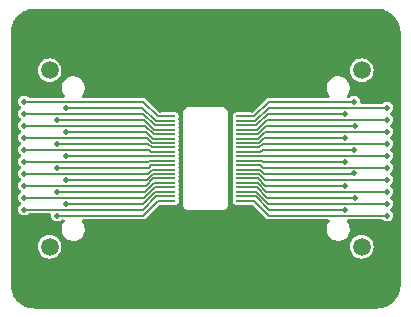
<source format=gbr>
G04 #@! TF.GenerationSoftware,KiCad,Pcbnew,7.0.10*
G04 #@! TF.CreationDate,2024-07-14T22:48:30-04:00*
G04 #@! TF.ProjectId,ARS_Igloo-v2,4152535f-4967-46c6-9f6f-2d76322e6b69,rev?*
G04 #@! TF.SameCoordinates,Original*
G04 #@! TF.FileFunction,Copper,L1,Top*
G04 #@! TF.FilePolarity,Positive*
%FSLAX46Y46*%
G04 Gerber Fmt 4.6, Leading zero omitted, Abs format (unit mm)*
G04 Created by KiCad (PCBNEW 7.0.10) date 2024-07-14 22:48:30*
%MOMM*%
%LPD*%
G01*
G04 APERTURE LIST*
G04 #@! TA.AperFunction,ComponentPad*
%ADD10C,3.900000*%
G04 #@! TD*
G04 #@! TA.AperFunction,ConnectorPad*
%ADD11C,7.000000*%
G04 #@! TD*
G04 #@! TA.AperFunction,SMDPad,CuDef*
%ADD12R,1.250000X0.175000*%
G04 #@! TD*
G04 #@! TA.AperFunction,ComponentPad*
%ADD13C,1.500000*%
G04 #@! TD*
G04 #@! TA.AperFunction,ViaPad*
%ADD14C,0.500000*%
G04 #@! TD*
G04 #@! TA.AperFunction,ViaPad*
%ADD15C,0.800000*%
G04 #@! TD*
G04 #@! TA.AperFunction,Conductor*
%ADD16C,0.152400*%
G04 #@! TD*
G04 APERTURE END LIST*
D10*
X0Y8890000D03*
D11*
X0Y8890000D03*
D12*
X-3175000Y-3562500D03*
X-3175000Y-3187500D03*
X-3175000Y-2812500D03*
X-3175000Y-2437500D03*
X-3175000Y-2062500D03*
X-3175000Y-1687500D03*
X-3175000Y-1312500D03*
X-3175000Y-937500D03*
X-3175000Y-562500D03*
X-3175000Y-187500D03*
X-3175000Y187500D03*
X-3175000Y562500D03*
X-3175000Y937500D03*
X-3175000Y1312500D03*
X-3175000Y1687500D03*
X-3175000Y2062500D03*
X-3175000Y2437500D03*
X-3175000Y2812500D03*
X-3175000Y3187500D03*
X-3175000Y3562500D03*
D10*
X0Y-8890000D03*
D11*
X0Y-8890000D03*
D12*
X3175000Y3562500D03*
X3175000Y3187500D03*
X3175000Y2812500D03*
X3175000Y2437500D03*
X3175000Y2062500D03*
X3175000Y1687500D03*
X3175000Y1312500D03*
X3175000Y937500D03*
X3175000Y562500D03*
X3175000Y187500D03*
X3175000Y-187500D03*
X3175000Y-562500D03*
X3175000Y-937500D03*
X3175000Y-1312500D03*
X3175000Y-1687500D03*
X3175000Y-2062500D03*
X3175000Y-2437500D03*
X3175000Y-2812500D03*
X3175000Y-3187500D03*
X3175000Y-3562500D03*
D13*
X-13215000Y7475000D03*
X-13215000Y-7475000D03*
X13215000Y-7475000D03*
X13215000Y7475000D03*
D14*
X-15367000Y4826000D03*
X-11811000Y4318010D03*
X-15367000Y3810000D03*
X-12619529Y3302000D03*
X-15367000Y2794000D03*
X-11811000Y2286000D03*
X-15367000Y1778000D03*
X-12573000Y1250010D03*
X-15367000Y762000D03*
X-11811000Y254000D03*
X-15367000Y-254000D03*
X-12573000Y-762000D03*
X-15367008Y-1270000D03*
X-11811000Y-1778000D03*
X-15367000Y-2286000D03*
X-12616061Y-2794000D03*
X-15367000Y-3302000D03*
X-11811000Y-3810000D03*
X-15367000Y-4317994D03*
X-12572996Y-4826000D03*
X12572996Y4826000D03*
X15367000Y4317994D03*
X11811000Y3810000D03*
X15367000Y3302000D03*
X12616061Y2794000D03*
X15367000Y2286000D03*
X11811000Y1778000D03*
X15367008Y1270000D03*
X12573000Y762000D03*
X15367000Y254000D03*
X11811000Y-254000D03*
X15367000Y-762000D03*
X12573000Y-1250010D03*
X15367000Y-1778000D03*
X11811000Y-2286000D03*
X15367000Y-2794000D03*
X12619529Y-3302000D03*
X15367000Y-3810000D03*
X11811000Y-4318010D03*
X15367000Y-4826000D03*
X0Y6350000D03*
D15*
X-1905000Y-6985000D03*
X7620000Y-10795000D03*
D14*
X0Y5080000D03*
X0Y-5080000D03*
X3810000Y6350000D03*
D15*
X-4445000Y11430000D03*
X-7620000Y10795000D03*
X4445000Y11430000D03*
D14*
X-3810000Y6350000D03*
D15*
X-4445000Y-8890000D03*
X4445000Y8890000D03*
X4445000Y-8890000D03*
X1905000Y-6985000D03*
D14*
X2540000Y-5080000D03*
X-3810000Y-6350000D03*
D15*
X-7620000Y-10160000D03*
X-4445000Y-11430000D03*
D14*
X-2540000Y-5080000D03*
D15*
X-4445000Y8890000D03*
D14*
X-2540000Y5080000D03*
X3810000Y-6350000D03*
X0Y-6350000D03*
D15*
X4445000Y-11430000D03*
D14*
X2540000Y5080000D03*
D15*
X1905000Y6985000D03*
X7620000Y10795000D03*
X-1905000Y6985000D03*
D16*
X-5334000Y4826000D02*
X-15367000Y4826000D01*
X-4070500Y3562500D02*
X-5334000Y4826000D01*
X-3175000Y3562500D02*
X-4070500Y3562500D01*
X-3175000Y3187500D02*
X-4234136Y3187500D01*
X-4234136Y3187500D02*
X-5364646Y4318010D01*
X-5364646Y4318010D02*
X-11811000Y4318010D01*
X-5287688Y3810000D02*
X-15367000Y3810000D01*
X-3175000Y2812500D02*
X-4290188Y2812500D01*
X-4290188Y2812500D02*
X-5287688Y3810000D01*
X-5210740Y3302000D02*
X-12619529Y3302000D01*
X-3175000Y2437500D02*
X-4346240Y2437500D01*
X-4346240Y2437500D02*
X-5210740Y3302000D01*
X-3175000Y2062500D02*
X-4402292Y2062500D01*
X-5133792Y2794000D02*
X-15367000Y2794000D01*
X-4402292Y2062500D02*
X-5133792Y2794000D01*
X-3175000Y1687500D02*
X-4458344Y1687500D01*
X-5056844Y2286000D02*
X-11811000Y2286000D01*
X-4458344Y1687500D02*
X-5056844Y2286000D01*
X-3175000Y1312500D02*
X-4514396Y1312500D01*
X-4979896Y1778000D02*
X-15367000Y1778000D01*
X-4514396Y1312500D02*
X-4979896Y1778000D01*
X-12553010Y1270000D02*
X-12573000Y1250010D01*
X-4902948Y1270000D02*
X-12553010Y1270000D01*
X-4570448Y937500D02*
X-4902948Y1270000D01*
X-3175000Y937500D02*
X-4570448Y937500D01*
X-4826000Y762000D02*
X-15367000Y762000D01*
X-3175000Y562500D02*
X-4626500Y562500D01*
X-4626500Y562500D02*
X-4826000Y762000D01*
X-4826000Y254000D02*
X-11811000Y254000D01*
X-3175000Y187500D02*
X-4759500Y187500D01*
X-4759500Y187500D02*
X-4826000Y254000D01*
X-4892500Y-254000D02*
X-15367000Y-254000D01*
X-4826000Y-187500D02*
X-4892500Y-254000D01*
X-3175000Y-187500D02*
X-4826000Y-187500D01*
X-3175000Y-562500D02*
X-4626500Y-562500D01*
X-4826000Y-762000D02*
X-12573000Y-762000D01*
X-4626500Y-562500D02*
X-4826000Y-762000D01*
X-4887630Y-1270000D02*
X-15367008Y-1270000D01*
X-3175000Y-937500D02*
X-4555130Y-937500D01*
X-4555130Y-937500D02*
X-4887630Y-1270000D01*
X-4964578Y-1778000D02*
X-11811000Y-1778000D01*
X-4499078Y-1312500D02*
X-4964578Y-1778000D01*
X-3175000Y-1312500D02*
X-4499078Y-1312500D01*
X-5041526Y-2286000D02*
X-15367000Y-2286000D01*
X-3175000Y-1687500D02*
X-4443026Y-1687500D01*
X-4443026Y-1687500D02*
X-5041526Y-2286000D01*
X-3175000Y-2062500D02*
X-4386974Y-2062500D01*
X-5118474Y-2794000D02*
X-12616061Y-2794000D01*
X-4386974Y-2062500D02*
X-5118474Y-2794000D01*
X-5195422Y-3302000D02*
X-15367000Y-3302000D01*
X-4330922Y-2437500D02*
X-5195422Y-3302000D01*
X-3175000Y-2437500D02*
X-4330922Y-2437500D01*
X-4274870Y-2812500D02*
X-5272370Y-3810000D01*
X-3175000Y-2812500D02*
X-4274870Y-2812500D01*
X-5272370Y-3810000D02*
X-11811000Y-3810000D01*
X-4203500Y-3187500D02*
X-3175000Y-3187500D01*
X-15367000Y-4317994D02*
X-5333994Y-4317994D01*
X-5333994Y-4317994D02*
X-4203500Y-3187500D01*
X-12572996Y-4826000D02*
X-5334000Y-4826000D01*
X-5334000Y-4826000D02*
X-4070500Y-3562500D01*
X-4070500Y-3562500D02*
X-3175000Y-3562500D01*
X12572996Y4826000D02*
X5334000Y4826000D01*
X4070500Y3562500D02*
X3175000Y3562500D01*
X5334000Y4826000D02*
X4070500Y3562500D01*
X4203500Y3187500D02*
X3175000Y3187500D01*
X15367000Y4317994D02*
X5333994Y4317994D01*
X5333994Y4317994D02*
X4203500Y3187500D01*
X11811000Y3810000D02*
X5272370Y3810000D01*
X4274870Y2812500D02*
X3175000Y2812500D01*
X5272370Y3810000D02*
X4274870Y2812500D01*
X4330922Y2437500D02*
X3175000Y2437500D01*
X15367000Y3302000D02*
X5195422Y3302000D01*
X5195422Y3302000D02*
X4330922Y2437500D01*
X4386974Y2062500D02*
X3175000Y2062500D01*
X12616061Y2794000D02*
X5118474Y2794000D01*
X5118474Y2794000D02*
X4386974Y2062500D01*
X5041526Y2286000D02*
X4443026Y1687500D01*
X4443026Y1687500D02*
X3175000Y1687500D01*
X15367000Y2286000D02*
X5041526Y2286000D01*
X4964578Y1778000D02*
X4499078Y1312500D01*
X4499078Y1312500D02*
X3175000Y1312500D01*
X11811000Y1778000D02*
X4964578Y1778000D01*
X15367008Y1270000D02*
X4887630Y1270000D01*
X4887630Y1270000D02*
X4555130Y937500D01*
X4555130Y937500D02*
X3175000Y937500D01*
X12573000Y762000D02*
X4826000Y762000D01*
X4826000Y762000D02*
X4626500Y562500D01*
X4626500Y562500D02*
X3175000Y562500D01*
X15367000Y254000D02*
X4892500Y254000D01*
X4826000Y187500D02*
X3175000Y187500D01*
X4892500Y254000D02*
X4826000Y187500D01*
X11811000Y-254000D02*
X4826000Y-254000D01*
X4826000Y-254000D02*
X4759500Y-187500D01*
X4759500Y-187500D02*
X3175000Y-187500D01*
X15367000Y-762000D02*
X4826000Y-762000D01*
X4826000Y-762000D02*
X4626500Y-562500D01*
X4626500Y-562500D02*
X3175000Y-562500D01*
X12553010Y-1270000D02*
X4902948Y-1270000D01*
X4570448Y-937500D02*
X3175000Y-937500D01*
X12573000Y-1250010D02*
X12553010Y-1270000D01*
X4902948Y-1270000D02*
X4570448Y-937500D01*
X4514396Y-1312500D02*
X3175000Y-1312500D01*
X15367000Y-1778000D02*
X4979896Y-1778000D01*
X4979896Y-1778000D02*
X4514396Y-1312500D01*
X4458344Y-1687500D02*
X3175000Y-1687500D01*
X5056844Y-2286000D02*
X4458344Y-1687500D01*
X11811000Y-2286000D02*
X5056844Y-2286000D01*
X4402292Y-2062500D02*
X3175000Y-2062500D01*
X5133792Y-2794000D02*
X4402292Y-2062500D01*
X15367000Y-2794000D02*
X5133792Y-2794000D01*
X5210740Y-3302000D02*
X4346240Y-2437500D01*
X4346240Y-2437500D02*
X3175000Y-2437500D01*
X12619529Y-3302000D02*
X5210740Y-3302000D01*
X15367000Y-3810000D02*
X5287688Y-3810000D01*
X5287688Y-3810000D02*
X4290188Y-2812500D01*
X4290188Y-2812500D02*
X3175000Y-2812500D01*
X11811000Y-4318010D02*
X5364646Y-4318010D01*
X4234136Y-3187500D02*
X3175000Y-3187500D01*
X5364646Y-4318010D02*
X4234136Y-3187500D01*
X4070500Y-3562500D02*
X3175000Y-3562500D01*
X5334000Y-4826000D02*
X4070500Y-3562500D01*
X15367000Y-4826000D02*
X5334000Y-4826000D01*
G04 #@! TA.AperFunction,Conductor*
G36*
X14482058Y12699234D02*
G01*
X14561214Y12694045D01*
X14561949Y12693995D01*
X14743946Y12680978D01*
X14759292Y12678911D01*
X14872138Y12656464D01*
X14874304Y12656013D01*
X15016878Y12624998D01*
X15030378Y12621252D01*
X15145969Y12582015D01*
X15149445Y12580777D01*
X15279589Y12532235D01*
X15291098Y12527266D01*
X15403069Y12472049D01*
X15407653Y12469668D01*
X15527159Y12404412D01*
X15536623Y12398682D01*
X15641505Y12328602D01*
X15646924Y12324768D01*
X15754967Y12243889D01*
X15762416Y12237849D01*
X15857674Y12154309D01*
X15863596Y12148762D01*
X15958762Y12053596D01*
X15964309Y12047674D01*
X16047849Y11952416D01*
X16053889Y11944967D01*
X16134768Y11836924D01*
X16138602Y11831505D01*
X16208682Y11726623D01*
X16214412Y11717159D01*
X16279668Y11597653D01*
X16282049Y11593069D01*
X16337266Y11481098D01*
X16342235Y11469589D01*
X16390777Y11339445D01*
X16392015Y11335969D01*
X16431252Y11220378D01*
X16434998Y11206878D01*
X16466013Y11064304D01*
X16466464Y11062138D01*
X16488911Y10949292D01*
X16490978Y10933946D01*
X16503995Y10751949D01*
X16504045Y10751214D01*
X16509234Y10672057D01*
X16509500Y10663946D01*
X16509500Y-10663946D01*
X16509234Y-10672057D01*
X16504045Y-10751214D01*
X16503995Y-10751949D01*
X16490978Y-10933946D01*
X16488911Y-10949292D01*
X16466464Y-11062138D01*
X16466013Y-11064304D01*
X16434998Y-11206878D01*
X16431252Y-11220378D01*
X16392015Y-11335969D01*
X16390777Y-11339445D01*
X16342235Y-11469589D01*
X16337266Y-11481098D01*
X16282049Y-11593069D01*
X16279668Y-11597653D01*
X16214412Y-11717159D01*
X16208682Y-11726623D01*
X16138602Y-11831505D01*
X16134768Y-11836924D01*
X16053889Y-11944967D01*
X16047849Y-11952416D01*
X15964309Y-12047674D01*
X15958762Y-12053596D01*
X15863596Y-12148762D01*
X15857674Y-12154309D01*
X15762416Y-12237849D01*
X15754967Y-12243889D01*
X15646924Y-12324768D01*
X15641505Y-12328602D01*
X15536623Y-12398682D01*
X15527159Y-12404412D01*
X15407653Y-12469668D01*
X15403069Y-12472049D01*
X15291098Y-12527266D01*
X15279589Y-12532235D01*
X15149445Y-12580777D01*
X15145969Y-12582015D01*
X15030378Y-12621252D01*
X15016878Y-12624998D01*
X14874304Y-12656013D01*
X14872138Y-12656464D01*
X14759292Y-12678911D01*
X14743946Y-12680978D01*
X14561949Y-12693995D01*
X14561214Y-12694045D01*
X14482058Y-12699234D01*
X14473947Y-12699500D01*
X-14473947Y-12699500D01*
X-14482058Y-12699234D01*
X-14561214Y-12694045D01*
X-14561949Y-12693995D01*
X-14743946Y-12680978D01*
X-14759292Y-12678911D01*
X-14872138Y-12656464D01*
X-14874304Y-12656013D01*
X-15016878Y-12624998D01*
X-15030378Y-12621252D01*
X-15145969Y-12582015D01*
X-15149445Y-12580777D01*
X-15279589Y-12532235D01*
X-15291098Y-12527266D01*
X-15403069Y-12472049D01*
X-15407653Y-12469668D01*
X-15527159Y-12404412D01*
X-15536623Y-12398682D01*
X-15641505Y-12328602D01*
X-15646924Y-12324768D01*
X-15754967Y-12243889D01*
X-15762416Y-12237849D01*
X-15857674Y-12154309D01*
X-15863596Y-12148762D01*
X-15958762Y-12053596D01*
X-15964309Y-12047674D01*
X-16047849Y-11952416D01*
X-16053889Y-11944967D01*
X-16134768Y-11836924D01*
X-16138602Y-11831505D01*
X-16208682Y-11726623D01*
X-16214412Y-11717159D01*
X-16279668Y-11597653D01*
X-16282049Y-11593069D01*
X-16337266Y-11481098D01*
X-16342235Y-11469589D01*
X-16390777Y-11339445D01*
X-16392015Y-11335969D01*
X-16431252Y-11220378D01*
X-16434998Y-11206878D01*
X-16466013Y-11064304D01*
X-16466464Y-11062138D01*
X-16488911Y-10949292D01*
X-16490978Y-10933946D01*
X-16503995Y-10751949D01*
X-16504045Y-10751214D01*
X-16509234Y-10672057D01*
X-16509500Y-10663946D01*
X-16509500Y-8890005D01*
X-2454844Y-8890005D01*
X-2435488Y-9197663D01*
X-2435487Y-9197670D01*
X-2377719Y-9500499D01*
X-2282455Y-9793689D01*
X-2282453Y-9793694D01*
X-2151197Y-10072626D01*
X-2151194Y-10072632D01*
X-1986014Y-10332916D01*
X-1900198Y-10436646D01*
X-1402721Y-9939168D01*
X-1372042Y-9984167D01*
X-1193640Y-10176438D01*
X-1048572Y-10292124D01*
X-1549231Y-10792783D01*
X-1549230Y-10792785D01*
X-1315382Y-10962685D01*
X-1315364Y-10962697D01*
X-1045221Y-11111209D01*
X-1045213Y-11111213D01*
X-758593Y-11224693D01*
X-459991Y-11301361D01*
X-459982Y-11301363D01*
X-154152Y-11339999D01*
X-154139Y-11340000D01*
X154139Y-11340000D01*
X154152Y-11339999D01*
X459982Y-11301363D01*
X459991Y-11301361D01*
X758593Y-11224693D01*
X1045213Y-11111213D01*
X1045221Y-11111209D01*
X1315364Y-10962697D01*
X1315382Y-10962685D01*
X1549230Y-10792785D01*
X1549231Y-10792783D01*
X1048572Y-10292124D01*
X1193640Y-10176438D01*
X1372042Y-9984167D01*
X1402721Y-9939168D01*
X1900199Y-10436647D01*
X1986014Y-10332916D01*
X2151194Y-10072632D01*
X2151197Y-10072626D01*
X2282453Y-9793694D01*
X2282455Y-9793689D01*
X2377719Y-9500499D01*
X2435487Y-9197670D01*
X2435488Y-9197663D01*
X2454844Y-8890005D01*
X2454844Y-8889994D01*
X2435488Y-8582336D01*
X2435487Y-8582329D01*
X2377719Y-8279500D01*
X2282455Y-7986310D01*
X2282453Y-7986305D01*
X2151197Y-7707373D01*
X2151194Y-7707367D01*
X2003730Y-7475000D01*
X12209659Y-7475000D01*
X12228975Y-7671129D01*
X12286188Y-7859733D01*
X12379086Y-8033532D01*
X12379090Y-8033539D01*
X12504116Y-8185883D01*
X12656460Y-8310909D01*
X12656467Y-8310913D01*
X12830266Y-8403811D01*
X12830269Y-8403811D01*
X12830273Y-8403814D01*
X13018868Y-8461024D01*
X13215000Y-8480341D01*
X13411132Y-8461024D01*
X13599727Y-8403814D01*
X13773538Y-8310910D01*
X13925883Y-8185883D01*
X14050910Y-8033538D01*
X14143814Y-7859727D01*
X14201024Y-7671132D01*
X14220341Y-7475000D01*
X14201024Y-7278868D01*
X14143814Y-7090273D01*
X14143811Y-7090269D01*
X14143811Y-7090266D01*
X14050913Y-6916467D01*
X14050909Y-6916460D01*
X13925883Y-6764116D01*
X13773539Y-6639090D01*
X13773532Y-6639086D01*
X13599733Y-6546188D01*
X13599727Y-6546186D01*
X13411132Y-6488976D01*
X13411129Y-6488975D01*
X13215000Y-6469659D01*
X13018870Y-6488975D01*
X12830266Y-6546188D01*
X12656467Y-6639086D01*
X12656460Y-6639090D01*
X12504116Y-6764116D01*
X12379090Y-6916460D01*
X12379086Y-6916467D01*
X12286188Y-7090266D01*
X12228975Y-7278870D01*
X12209659Y-7475000D01*
X2003730Y-7475000D01*
X1986017Y-7447088D01*
X1900198Y-7343351D01*
X1402720Y-7840829D01*
X1372042Y-7795833D01*
X1193640Y-7603562D01*
X1048572Y-7487874D01*
X1549231Y-6987215D01*
X1549230Y-6987214D01*
X1315382Y-6817314D01*
X1315364Y-6817302D01*
X1045221Y-6668790D01*
X1045213Y-6668786D01*
X758593Y-6555306D01*
X459991Y-6478638D01*
X459982Y-6478636D01*
X154152Y-6440000D01*
X-154152Y-6440000D01*
X-459982Y-6478636D01*
X-459991Y-6478638D01*
X-758593Y-6555306D01*
X-1045213Y-6668786D01*
X-1045221Y-6668790D01*
X-1315364Y-6817302D01*
X-1315382Y-6817314D01*
X-1549230Y-6987214D01*
X-1549231Y-6987215D01*
X-1048572Y-7487874D01*
X-1193640Y-7603562D01*
X-1372042Y-7795833D01*
X-1402720Y-7840830D01*
X-1900199Y-7343351D01*
X-1986017Y-7447088D01*
X-2151194Y-7707367D01*
X-2151197Y-7707373D01*
X-2282453Y-7986305D01*
X-2282455Y-7986310D01*
X-2377719Y-8279500D01*
X-2435487Y-8582329D01*
X-2435488Y-8582336D01*
X-2454844Y-8889994D01*
X-2454844Y-8890005D01*
X-16509500Y-8890005D01*
X-16509500Y-7475000D01*
X-14220341Y-7475000D01*
X-14201024Y-7671132D01*
X-14143814Y-7859727D01*
X-14050910Y-8033538D01*
X-13925883Y-8185883D01*
X-13773538Y-8310910D01*
X-13599727Y-8403814D01*
X-13411132Y-8461024D01*
X-13215000Y-8480341D01*
X-13018868Y-8461024D01*
X-12830273Y-8403814D01*
X-12830269Y-8403811D01*
X-12830266Y-8403811D01*
X-12656467Y-8310913D01*
X-12656460Y-8310909D01*
X-12504116Y-8185883D01*
X-12379090Y-8033539D01*
X-12379086Y-8033532D01*
X-12286188Y-7859733D01*
X-12228975Y-7671129D01*
X-12209659Y-7475000D01*
X-12228975Y-7278870D01*
X-12286188Y-7090266D01*
X-12379086Y-6916467D01*
X-12379090Y-6916460D01*
X-12504116Y-6764116D01*
X-12656460Y-6639090D01*
X-12656467Y-6639086D01*
X-12830266Y-6546188D01*
X-13018870Y-6488975D01*
X-13215000Y-6469659D01*
X-13411129Y-6488975D01*
X-13411132Y-6488976D01*
X-13599727Y-6546186D01*
X-13599733Y-6546188D01*
X-13773532Y-6639086D01*
X-13773539Y-6639090D01*
X-13925883Y-6764116D01*
X-14050909Y-6916460D01*
X-14050913Y-6916467D01*
X-14143811Y-7090266D01*
X-14143811Y-7090269D01*
X-14143814Y-7090273D01*
X-14201024Y-7278868D01*
X-14220341Y-7475000D01*
X-16509500Y-7475000D01*
X-16509500Y-1270000D01*
X-15872655Y-1270000D01*
X-15852173Y-1412457D01*
X-15792385Y-1543373D01*
X-15698136Y-1652143D01*
X-15664614Y-1673686D01*
X-15618858Y-1726489D01*
X-15608914Y-1795647D01*
X-15637938Y-1859203D01*
X-15664612Y-1882317D01*
X-15690866Y-1899190D01*
X-15698128Y-1903857D01*
X-15792377Y-2012627D01*
X-15852165Y-2143543D01*
X-15872647Y-2286000D01*
X-15852165Y-2428457D01*
X-15792377Y-2559373D01*
X-15698128Y-2668143D01*
X-15664609Y-2689684D01*
X-15618854Y-2742488D01*
X-15608910Y-2811647D01*
X-15637935Y-2875202D01*
X-15664607Y-2898314D01*
X-15698128Y-2919857D01*
X-15792377Y-3028627D01*
X-15852165Y-3159543D01*
X-15872647Y-3302000D01*
X-15852165Y-3444457D01*
X-15792377Y-3575373D01*
X-15698128Y-3684143D01*
X-15698125Y-3684144D01*
X-15698125Y-3684145D01*
X-15664614Y-3705681D01*
X-15618858Y-3758484D01*
X-15608914Y-3827643D01*
X-15637938Y-3891199D01*
X-15664614Y-3914313D01*
X-15698125Y-3935848D01*
X-15698125Y-3935849D01*
X-15698128Y-3935851D01*
X-15792377Y-4044621D01*
X-15852165Y-4175537D01*
X-15872647Y-4317994D01*
X-15852165Y-4460451D01*
X-15792377Y-4591367D01*
X-15698128Y-4700137D01*
X-15577053Y-4777947D01*
X-15438962Y-4818493D01*
X-15438962Y-4818494D01*
X-15438961Y-4818494D01*
X-15295038Y-4818494D01*
X-15295036Y-4818493D01*
X-15156949Y-4777948D01*
X-15035869Y-4700135D01*
X-15024914Y-4687492D01*
X-14966136Y-4649717D01*
X-14931201Y-4644694D01*
X-13195679Y-4644694D01*
X-13128640Y-4664379D01*
X-13082885Y-4717183D01*
X-13072940Y-4786341D01*
X-13078643Y-4826000D01*
X-13058161Y-4968457D01*
X-12998373Y-5099373D01*
X-12904124Y-5208143D01*
X-12783049Y-5285953D01*
X-12644958Y-5326499D01*
X-12644958Y-5326500D01*
X-12644957Y-5326500D01*
X-12501034Y-5326500D01*
X-12501032Y-5326499D01*
X-12362945Y-5285954D01*
X-12241865Y-5208141D01*
X-12230910Y-5195498D01*
X-12172132Y-5157723D01*
X-12137197Y-5152700D01*
X-12045531Y-5152700D01*
X-11978492Y-5172385D01*
X-11932737Y-5225189D01*
X-11922793Y-5294347D01*
X-11947475Y-5352601D01*
X-11966408Y-5377061D01*
X-12047122Y-5481334D01*
X-12134495Y-5659456D01*
X-12184224Y-5851520D01*
X-12194272Y-6049663D01*
X-12164230Y-6245773D01*
X-12095325Y-6431820D01*
X-11990380Y-6600189D01*
X-11853691Y-6743986D01*
X-11690854Y-6857324D01*
X-11508535Y-6935563D01*
X-11314199Y-6975500D01*
X-11165526Y-6975500D01*
X-11017619Y-6960459D01*
X-10873422Y-6915217D01*
X-10828322Y-6901067D01*
X-10654854Y-6804784D01*
X-10654852Y-6804782D01*
X-10654851Y-6804782D01*
X-10504319Y-6675554D01*
X-10504317Y-6675553D01*
X-10382879Y-6518668D01*
X-10382877Y-6518664D01*
X-10295503Y-6340540D01*
X-10245777Y-6148488D01*
X-10245776Y-6148482D01*
X-10235728Y-5950337D01*
X-10235728Y-5950332D01*
X-10265768Y-5754235D01*
X-10265771Y-5754222D01*
X-10334673Y-5568184D01*
X-10334677Y-5568175D01*
X-10439616Y-5399815D01*
X-10439617Y-5399814D01*
X-10447773Y-5391233D01*
X-10475437Y-5362130D01*
X-10507357Y-5299980D01*
X-10500609Y-5230437D01*
X-10457334Y-5175582D01*
X-10391272Y-5152832D01*
X-10385562Y-5152700D01*
X-5353680Y-5152700D01*
X-5342871Y-5153171D01*
X-5305086Y-5156478D01*
X-5268443Y-5146659D01*
X-5257900Y-5144321D01*
X-5220538Y-5137734D01*
X-5220536Y-5137733D01*
X-5220535Y-5137733D01*
X-5215673Y-5135963D01*
X-5198503Y-5128852D01*
X-5193798Y-5126658D01*
X-5162720Y-5104897D01*
X-5153604Y-5099089D01*
X-5120762Y-5080128D01*
X-5096381Y-5051072D01*
X-5089073Y-5043097D01*
X-3976768Y-3930792D01*
X-1905500Y-3930792D01*
X-1905499Y-3930800D01*
X-1896184Y-3971610D01*
X-1880002Y-4042510D01*
X-1830284Y-4145750D01*
X-1758839Y-4235339D01*
X-1669250Y-4306784D01*
X-1566010Y-4356502D01*
X-1454300Y-4381999D01*
X-1454296Y-4381999D01*
X-1454294Y-4382000D01*
X-1454292Y-4382000D01*
X1454292Y-4382000D01*
X1454294Y-4382000D01*
X1454296Y-4381999D01*
X1454300Y-4381999D01*
X1566010Y-4356502D01*
X1669250Y-4306784D01*
X1758839Y-4235339D01*
X1830284Y-4145750D01*
X1880002Y-4042510D01*
X1896184Y-3971610D01*
X1905499Y-3930800D01*
X1905500Y-3930792D01*
X1905500Y-3674678D01*
X2299500Y-3674678D01*
X2314032Y-3747735D01*
X2314033Y-3747739D01*
X2329139Y-3770346D01*
X2369399Y-3830601D01*
X2432855Y-3873000D01*
X2452260Y-3885966D01*
X2452264Y-3885967D01*
X2525321Y-3900499D01*
X2525324Y-3900500D01*
X2525326Y-3900500D01*
X3824674Y-3900500D01*
X3861261Y-3893222D01*
X3930851Y-3899448D01*
X3973134Y-3927158D01*
X5089073Y-5043097D01*
X5096381Y-5051072D01*
X5120762Y-5080128D01*
X5153604Y-5099089D01*
X5162720Y-5104897D01*
X5193798Y-5126658D01*
X5198503Y-5128852D01*
X5215673Y-5135963D01*
X5220535Y-5137733D01*
X5220536Y-5137733D01*
X5220538Y-5137734D01*
X5257896Y-5144320D01*
X5268444Y-5146659D01*
X5305087Y-5156478D01*
X5342872Y-5153171D01*
X5353681Y-5152700D01*
X10384469Y-5152700D01*
X10451508Y-5172385D01*
X10497263Y-5225189D01*
X10507207Y-5294347D01*
X10482525Y-5352601D01*
X10382879Y-5481332D01*
X10382877Y-5481335D01*
X10295503Y-5659459D01*
X10245777Y-5851511D01*
X10245776Y-5851517D01*
X10235728Y-6049662D01*
X10235728Y-6049663D01*
X10265768Y-6245764D01*
X10265771Y-6245777D01*
X10334673Y-6431815D01*
X10334677Y-6431824D01*
X10439616Y-6600184D01*
X10439621Y-6600191D01*
X10576306Y-6743983D01*
X10576309Y-6743986D01*
X10739146Y-6857324D01*
X10921465Y-6935563D01*
X11115801Y-6975500D01*
X11264474Y-6975500D01*
X11412380Y-6960459D01*
X11484478Y-6937838D01*
X11601678Y-6901067D01*
X11775146Y-6804784D01*
X11925682Y-6675553D01*
X12047122Y-6518666D01*
X12134495Y-6340544D01*
X12184224Y-6148480D01*
X12194272Y-5950337D01*
X12164230Y-5754227D01*
X12095325Y-5568180D01*
X12095322Y-5568175D01*
X11990383Y-5399815D01*
X11990382Y-5399814D01*
X11990381Y-5399813D01*
X11990380Y-5399811D01*
X11954562Y-5362130D01*
X11922643Y-5299980D01*
X11929391Y-5230437D01*
X11972666Y-5175582D01*
X12038728Y-5152832D01*
X12044438Y-5152700D01*
X14931201Y-5152700D01*
X14998240Y-5172385D01*
X15024914Y-5195498D01*
X15035869Y-5208141D01*
X15035871Y-5208142D01*
X15035872Y-5208143D01*
X15156947Y-5285953D01*
X15156950Y-5285954D01*
X15156949Y-5285954D01*
X15295036Y-5326499D01*
X15295038Y-5326500D01*
X15295039Y-5326500D01*
X15438962Y-5326500D01*
X15438962Y-5326499D01*
X15577053Y-5285953D01*
X15698128Y-5208143D01*
X15792377Y-5099373D01*
X15852165Y-4968457D01*
X15872647Y-4826000D01*
X15852165Y-4683543D01*
X15792377Y-4552627D01*
X15698128Y-4443857D01*
X15664608Y-4422315D01*
X15618854Y-4369512D01*
X15608910Y-4300353D01*
X15637935Y-4236798D01*
X15664609Y-4213684D01*
X15698128Y-4192143D01*
X15792377Y-4083373D01*
X15852165Y-3952457D01*
X15872647Y-3810000D01*
X15852165Y-3667543D01*
X15792377Y-3536627D01*
X15698128Y-3427857D01*
X15664608Y-3406315D01*
X15618854Y-3353512D01*
X15608910Y-3284353D01*
X15637935Y-3220798D01*
X15664609Y-3197684D01*
X15671605Y-3193188D01*
X15698128Y-3176143D01*
X15792377Y-3067373D01*
X15852165Y-2936457D01*
X15872647Y-2794000D01*
X15852165Y-2651543D01*
X15792377Y-2520627D01*
X15698128Y-2411857D01*
X15664608Y-2390315D01*
X15618854Y-2337512D01*
X15608910Y-2268353D01*
X15637935Y-2204798D01*
X15664609Y-2181684D01*
X15671605Y-2177188D01*
X15698128Y-2160143D01*
X15792377Y-2051373D01*
X15852165Y-1920457D01*
X15872647Y-1778000D01*
X15852165Y-1635543D01*
X15792377Y-1504627D01*
X15698128Y-1395857D01*
X15664608Y-1374315D01*
X15618854Y-1321512D01*
X15608910Y-1252353D01*
X15637935Y-1188798D01*
X15664609Y-1165684D01*
X15671605Y-1161188D01*
X15698128Y-1144143D01*
X15792377Y-1035373D01*
X15852165Y-904457D01*
X15872647Y-762000D01*
X15852165Y-619543D01*
X15792377Y-488627D01*
X15698128Y-379857D01*
X15664608Y-358315D01*
X15618854Y-305512D01*
X15608910Y-236353D01*
X15637935Y-172798D01*
X15664609Y-149684D01*
X15671605Y-145188D01*
X15698128Y-128143D01*
X15792377Y-19373D01*
X15852165Y111543D01*
X15872647Y254000D01*
X15852165Y396457D01*
X15792377Y527373D01*
X15698128Y636143D01*
X15664613Y657681D01*
X15618858Y710484D01*
X15608914Y779643D01*
X15637938Y843199D01*
X15664612Y866312D01*
X15698133Y887855D01*
X15698134Y887856D01*
X15698136Y887857D01*
X15792385Y996627D01*
X15852173Y1127543D01*
X15872655Y1270000D01*
X15852173Y1412457D01*
X15792385Y1543373D01*
X15698136Y1652143D01*
X15664613Y1673686D01*
X15618858Y1726489D01*
X15608914Y1795647D01*
X15637938Y1859203D01*
X15664612Y1882317D01*
X15698125Y1903855D01*
X15698126Y1903856D01*
X15698128Y1903857D01*
X15792377Y2012627D01*
X15852165Y2143543D01*
X15872647Y2286000D01*
X15852165Y2428457D01*
X15792377Y2559373D01*
X15698128Y2668143D01*
X15664608Y2689685D01*
X15618854Y2742488D01*
X15608910Y2811647D01*
X15637935Y2875202D01*
X15664609Y2898316D01*
X15698126Y2919856D01*
X15698128Y2919857D01*
X15792377Y3028627D01*
X15852165Y3159543D01*
X15872647Y3302000D01*
X15852165Y3444457D01*
X15792377Y3575373D01*
X15698128Y3684143D01*
X15664613Y3705682D01*
X15618858Y3758484D01*
X15608914Y3827643D01*
X15637938Y3891199D01*
X15664614Y3914313D01*
X15698125Y3935848D01*
X15698125Y3935849D01*
X15698128Y3935851D01*
X15792377Y4044621D01*
X15852165Y4175537D01*
X15872647Y4317994D01*
X15852165Y4460451D01*
X15792377Y4591367D01*
X15698128Y4700137D01*
X15577053Y4777947D01*
X15438962Y4818493D01*
X15438962Y4818494D01*
X15438961Y4818494D01*
X15295039Y4818494D01*
X15295038Y4818494D01*
X15295036Y4818493D01*
X15156949Y4777948D01*
X15035869Y4700135D01*
X15024914Y4687492D01*
X14966136Y4649717D01*
X14931201Y4644694D01*
X13195679Y4644694D01*
X13128640Y4664379D01*
X13082885Y4717183D01*
X13072941Y4786341D01*
X13073200Y4788148D01*
X13078643Y4826000D01*
X13058161Y4968457D01*
X12998373Y5099373D01*
X12904124Y5208143D01*
X12783049Y5285953D01*
X12644958Y5326499D01*
X12644958Y5326500D01*
X12644957Y5326500D01*
X12501035Y5326500D01*
X12501034Y5326500D01*
X12501032Y5326499D01*
X12362945Y5285954D01*
X12241865Y5208141D01*
X12230910Y5195498D01*
X12172132Y5157723D01*
X12137197Y5152700D01*
X12045531Y5152700D01*
X11978492Y5172385D01*
X11932737Y5225189D01*
X11922793Y5294347D01*
X11947475Y5352601D01*
X12047120Y5481332D01*
X12047122Y5481334D01*
X12134495Y5659456D01*
X12184224Y5851520D01*
X12194272Y6049663D01*
X12164230Y6245773D01*
X12095325Y6431820D01*
X11990380Y6600189D01*
X11853691Y6743986D01*
X11690854Y6857324D01*
X11508535Y6935563D01*
X11314199Y6975500D01*
X11165527Y6975500D01*
X11165526Y6975500D01*
X11017619Y6960459D01*
X10877406Y6916467D01*
X10828322Y6901067D01*
X10654854Y6804784D01*
X10654852Y6804782D01*
X10654851Y6804782D01*
X10504319Y6675554D01*
X10504317Y6675553D01*
X10382879Y6518668D01*
X10382877Y6518664D01*
X10295503Y6340540D01*
X10245777Y6148488D01*
X10245776Y6148482D01*
X10235728Y5950337D01*
X10265768Y5754235D01*
X10265771Y5754222D01*
X10334673Y5568184D01*
X10334677Y5568175D01*
X10439616Y5399815D01*
X10439617Y5399814D01*
X10439620Y5399811D01*
X10475437Y5362130D01*
X10507357Y5299980D01*
X10500609Y5230437D01*
X10457334Y5175582D01*
X10391272Y5152832D01*
X10385562Y5152700D01*
X5353681Y5152700D01*
X5342872Y5153172D01*
X5305087Y5156478D01*
X5268444Y5146659D01*
X5257896Y5144320D01*
X5220538Y5137734D01*
X5220536Y5137733D01*
X5220535Y5137733D01*
X5215673Y5135963D01*
X5198503Y5128852D01*
X5193798Y5126658D01*
X5162720Y5104897D01*
X5153604Y5099089D01*
X5120762Y5080128D01*
X5120760Y5080125D01*
X5120759Y5080125D01*
X5096381Y5051072D01*
X5089073Y5043097D01*
X3973134Y3927158D01*
X3911811Y3893673D01*
X3861262Y3893222D01*
X3824674Y3900500D01*
X2525326Y3900500D01*
X2525323Y3900500D01*
X2452264Y3885967D01*
X2452260Y3885966D01*
X2369399Y3830601D01*
X2350623Y3802500D01*
X2314033Y3747739D01*
X2314032Y3747735D01*
X2299500Y3674678D01*
X2299500Y3450326D01*
X2309671Y3399190D01*
X2309671Y3350810D01*
X2307850Y3341654D01*
X2299963Y3301999D01*
X2299500Y3299673D01*
X2299500Y3075326D01*
X2309671Y3024190D01*
X2309671Y2975810D01*
X2299500Y2924673D01*
X2299500Y2700326D01*
X2309671Y2649190D01*
X2309671Y2600810D01*
X2299500Y2549673D01*
X2299500Y2325326D01*
X2309671Y2274190D01*
X2309671Y2225810D01*
X2299500Y2174673D01*
X2299500Y1950326D01*
X2309671Y1899190D01*
X2309671Y1850810D01*
X2299500Y1799673D01*
X2299500Y1575326D01*
X2309671Y1524190D01*
X2309671Y1475810D01*
X2299500Y1424673D01*
X2299500Y1200326D01*
X2309671Y1149190D01*
X2309671Y1100810D01*
X2299500Y1049673D01*
X2299500Y825326D01*
X2309671Y774190D01*
X2309671Y725810D01*
X2299500Y674673D01*
X2299500Y450326D01*
X2309671Y399190D01*
X2309671Y350810D01*
X2299500Y299673D01*
X2299500Y75326D01*
X2309671Y24190D01*
X2309671Y-24190D01*
X2299500Y-75326D01*
X2299500Y-299673D01*
X2309671Y-350810D01*
X2309671Y-399190D01*
X2299500Y-450326D01*
X2299500Y-674673D01*
X2309671Y-725810D01*
X2309671Y-774190D01*
X2299500Y-825326D01*
X2299500Y-1049673D01*
X2309671Y-1100810D01*
X2309671Y-1149190D01*
X2299500Y-1200326D01*
X2299500Y-1424673D01*
X2309671Y-1475810D01*
X2309671Y-1524190D01*
X2299500Y-1575326D01*
X2299500Y-1799673D01*
X2309671Y-1850810D01*
X2309671Y-1899190D01*
X2299500Y-1950326D01*
X2299500Y-2174673D01*
X2309671Y-2225810D01*
X2309671Y-2274190D01*
X2299500Y-2325326D01*
X2299500Y-2549673D01*
X2309671Y-2600810D01*
X2309671Y-2649190D01*
X2299500Y-2700326D01*
X2299500Y-2924673D01*
X2309671Y-2975810D01*
X2309671Y-3024190D01*
X2301082Y-3067371D01*
X2299500Y-3075326D01*
X2299500Y-3299674D01*
X2299963Y-3302000D01*
X2309671Y-3350810D01*
X2309671Y-3399190D01*
X2299500Y-3450326D01*
X2299500Y-3674678D01*
X1905500Y-3674678D01*
X1905500Y3930792D01*
X1905499Y3930800D01*
X1880002Y4042510D01*
X1830285Y4145747D01*
X1830284Y4145750D01*
X1758839Y4235339D01*
X1669250Y4306784D01*
X1566010Y4356502D01*
X1524190Y4366047D01*
X1454300Y4381999D01*
X1454296Y4381999D01*
X1454294Y4382000D01*
X1397099Y4382000D01*
X-1396500Y4382000D01*
X-1397000Y4382000D01*
X-1454294Y4382000D01*
X-1454296Y4381999D01*
X-1454300Y4381999D01*
X-1524190Y4366047D01*
X-1566010Y4356502D01*
X-1669250Y4306784D01*
X-1758839Y4235339D01*
X-1830284Y4145750D01*
X-1830285Y4145747D01*
X-1880002Y4042510D01*
X-1905499Y3930800D01*
X-1905500Y3930792D01*
X-1905500Y-3930792D01*
X-3976768Y-3930792D01*
X-3973134Y-3927158D01*
X-3911811Y-3893673D01*
X-3861262Y-3893222D01*
X-3824674Y-3900500D01*
X-2525324Y-3900500D01*
X-2525321Y-3900499D01*
X-2452264Y-3885967D01*
X-2452260Y-3885966D01*
X-2432855Y-3873000D01*
X-2369399Y-3830601D01*
X-2329139Y-3770346D01*
X-2314033Y-3747739D01*
X-2314032Y-3747735D01*
X-2299500Y-3674678D01*
X-2299500Y-3450326D01*
X-2309671Y-3399190D01*
X-2309671Y-3350810D01*
X-2299963Y-3302000D01*
X-2299500Y-3299674D01*
X-2299500Y-3075326D01*
X-2301082Y-3067371D01*
X-2309671Y-3024190D01*
X-2309671Y-2975810D01*
X-2299500Y-2924673D01*
X-2299500Y-2700326D01*
X-2309671Y-2649190D01*
X-2309671Y-2600810D01*
X-2299500Y-2549673D01*
X-2299500Y-2325326D01*
X-2309671Y-2274190D01*
X-2309671Y-2225810D01*
X-2299500Y-2174673D01*
X-2299500Y-1950326D01*
X-2309671Y-1899190D01*
X-2309671Y-1850810D01*
X-2299500Y-1799673D01*
X-2299500Y-1575326D01*
X-2309671Y-1524190D01*
X-2309671Y-1475810D01*
X-2299500Y-1424673D01*
X-2299500Y-1200326D01*
X-2309671Y-1149190D01*
X-2309671Y-1100810D01*
X-2299500Y-1049673D01*
X-2299500Y-825326D01*
X-2309671Y-774190D01*
X-2309671Y-725810D01*
X-2299500Y-674673D01*
X-2299500Y-450326D01*
X-2309671Y-399190D01*
X-2309671Y-350810D01*
X-2299500Y-299673D01*
X-2299500Y-75326D01*
X-2309671Y-24190D01*
X-2309671Y24190D01*
X-2299500Y75326D01*
X-2299500Y299673D01*
X-2309671Y350810D01*
X-2309671Y399190D01*
X-2299500Y450326D01*
X-2299500Y674673D01*
X-2309671Y725810D01*
X-2309671Y774190D01*
X-2299500Y825326D01*
X-2299500Y1049673D01*
X-2309671Y1100810D01*
X-2309671Y1149190D01*
X-2299500Y1200326D01*
X-2299500Y1424673D01*
X-2309671Y1475810D01*
X-2309671Y1524190D01*
X-2299500Y1575326D01*
X-2299500Y1799673D01*
X-2309671Y1850810D01*
X-2309671Y1899190D01*
X-2299500Y1950326D01*
X-2299500Y2174673D01*
X-2309671Y2225810D01*
X-2309671Y2274190D01*
X-2299500Y2325326D01*
X-2299500Y2549673D01*
X-2309671Y2600810D01*
X-2309671Y2649190D01*
X-2299500Y2700326D01*
X-2299500Y2924673D01*
X-2309671Y2975810D01*
X-2309671Y3024190D01*
X-2299500Y3075326D01*
X-2299500Y3299673D01*
X-2299963Y3301999D01*
X-2307850Y3341654D01*
X-2309671Y3350810D01*
X-2309671Y3399190D01*
X-2299500Y3450326D01*
X-2299500Y3674678D01*
X-2314032Y3747735D01*
X-2314033Y3747739D01*
X-2350623Y3802500D01*
X-2369399Y3830601D01*
X-2452260Y3885966D01*
X-2452264Y3885967D01*
X-2525323Y3900500D01*
X-2525326Y3900500D01*
X-3824674Y3900500D01*
X-3861261Y3893222D01*
X-3930851Y3899448D01*
X-3973134Y3927158D01*
X-5089073Y5043097D01*
X-5096381Y5051072D01*
X-5120759Y5080125D01*
X-5120760Y5080125D01*
X-5120762Y5080128D01*
X-5153604Y5099089D01*
X-5162720Y5104897D01*
X-5193798Y5126658D01*
X-5198503Y5128852D01*
X-5215673Y5135963D01*
X-5220535Y5137733D01*
X-5220536Y5137733D01*
X-5220538Y5137734D01*
X-5257900Y5144321D01*
X-5268443Y5146659D01*
X-5305086Y5156478D01*
X-5342871Y5153172D01*
X-5353680Y5152700D01*
X-10384469Y5152700D01*
X-10451508Y5172385D01*
X-10497263Y5225189D01*
X-10507207Y5294347D01*
X-10482525Y5352601D01*
X-10382879Y5481332D01*
X-10382877Y5481335D01*
X-10295503Y5659459D01*
X-10245777Y5851511D01*
X-10245776Y5851517D01*
X-10235728Y6049663D01*
X-10235728Y6049667D01*
X-10265768Y6245764D01*
X-10265771Y6245777D01*
X-10334673Y6431815D01*
X-10334677Y6431824D01*
X-10439616Y6600184D01*
X-10439621Y6600191D01*
X-10576306Y6743983D01*
X-10576307Y6743984D01*
X-10576309Y6743986D01*
X-10739146Y6857324D01*
X-10921465Y6935563D01*
X-11115801Y6975500D01*
X-11264473Y6975500D01*
X-11264474Y6975500D01*
X-11412380Y6960459D01*
X-11484478Y6937838D01*
X-11601678Y6901067D01*
X-11775146Y6804784D01*
X-11925682Y6675553D01*
X-12047122Y6518666D01*
X-12134495Y6340544D01*
X-12184224Y6148480D01*
X-12194272Y5950337D01*
X-12164230Y5754227D01*
X-12095325Y5568180D01*
X-12095322Y5568175D01*
X-11990383Y5399815D01*
X-11990382Y5399814D01*
X-11990380Y5399811D01*
X-11954562Y5362130D01*
X-11922643Y5299980D01*
X-11929391Y5230437D01*
X-11972666Y5175582D01*
X-12038728Y5152832D01*
X-12044438Y5152700D01*
X-14931201Y5152700D01*
X-14998240Y5172385D01*
X-15024914Y5195498D01*
X-15035869Y5208141D01*
X-15035872Y5208143D01*
X-15156947Y5285953D01*
X-15156950Y5285954D01*
X-15156949Y5285954D01*
X-15295036Y5326499D01*
X-15295038Y5326500D01*
X-15295039Y5326500D01*
X-15438961Y5326500D01*
X-15438962Y5326500D01*
X-15438962Y5326499D01*
X-15577053Y5285953D01*
X-15698128Y5208143D01*
X-15792377Y5099373D01*
X-15852165Y4968457D01*
X-15872647Y4826000D01*
X-15852165Y4683543D01*
X-15792377Y4552627D01*
X-15698128Y4443857D01*
X-15671604Y4426811D01*
X-15664609Y4422316D01*
X-15618854Y4369512D01*
X-15608910Y4300353D01*
X-15637935Y4236798D01*
X-15664607Y4213685D01*
X-15698128Y4192143D01*
X-15792377Y4083373D01*
X-15852165Y3952457D01*
X-15872647Y3810000D01*
X-15852165Y3667543D01*
X-15792377Y3536627D01*
X-15698128Y3427857D01*
X-15671604Y3410811D01*
X-15664609Y3406316D01*
X-15618854Y3353512D01*
X-15608910Y3284353D01*
X-15637935Y3220798D01*
X-15664607Y3197685D01*
X-15698128Y3176143D01*
X-15792377Y3067373D01*
X-15852165Y2936457D01*
X-15872647Y2794000D01*
X-15852165Y2651543D01*
X-15792377Y2520627D01*
X-15698128Y2411857D01*
X-15671604Y2394811D01*
X-15664609Y2390316D01*
X-15618854Y2337512D01*
X-15608910Y2268353D01*
X-15637935Y2204798D01*
X-15664607Y2181685D01*
X-15698128Y2160143D01*
X-15792377Y2051373D01*
X-15852165Y1920457D01*
X-15872647Y1778000D01*
X-15852165Y1635543D01*
X-15792377Y1504627D01*
X-15698128Y1395857D01*
X-15671604Y1378811D01*
X-15664609Y1374316D01*
X-15618854Y1321512D01*
X-15608910Y1252353D01*
X-15637935Y1188798D01*
X-15664607Y1165685D01*
X-15698128Y1144143D01*
X-15792377Y1035373D01*
X-15852165Y904457D01*
X-15872647Y762000D01*
X-15852165Y619543D01*
X-15792377Y488627D01*
X-15698128Y379857D01*
X-15671604Y362811D01*
X-15664609Y358316D01*
X-15618854Y305512D01*
X-15608910Y236353D01*
X-15637935Y172798D01*
X-15664607Y149685D01*
X-15698128Y128143D01*
X-15792377Y19373D01*
X-15852165Y-111543D01*
X-15872647Y-254000D01*
X-15852165Y-396457D01*
X-15792377Y-527373D01*
X-15698128Y-636143D01*
X-15698125Y-636144D01*
X-15698125Y-636145D01*
X-15664614Y-657681D01*
X-15618858Y-710484D01*
X-15608914Y-779643D01*
X-15637938Y-843199D01*
X-15664612Y-866312D01*
X-15698133Y-887855D01*
X-15698136Y-887857D01*
X-15792385Y-996627D01*
X-15852173Y-1127543D01*
X-15872655Y-1270000D01*
X-16509500Y-1270000D01*
X-16509500Y7475000D01*
X-14220341Y7475000D01*
X-14201024Y7278868D01*
X-14143814Y7090273D01*
X-14143811Y7090269D01*
X-14143811Y7090266D01*
X-14050913Y6916467D01*
X-14050909Y6916460D01*
X-13925883Y6764116D01*
X-13773539Y6639090D01*
X-13773532Y6639086D01*
X-13599733Y6546188D01*
X-13599727Y6546186D01*
X-13473997Y6508046D01*
X-13411129Y6488975D01*
X-13215000Y6469659D01*
X-13018870Y6488975D01*
X-12830266Y6546188D01*
X-12656467Y6639086D01*
X-12656460Y6639090D01*
X-12504116Y6764116D01*
X-12379090Y6916460D01*
X-12379086Y6916467D01*
X-12286188Y7090266D01*
X-12228975Y7278870D01*
X-12209659Y7475000D01*
X-12228975Y7671129D01*
X-12286188Y7859733D01*
X-12379086Y8033532D01*
X-12379090Y8033539D01*
X-12504116Y8185883D01*
X-12656460Y8310909D01*
X-12656467Y8310913D01*
X-12830266Y8403811D01*
X-12830269Y8403811D01*
X-12830273Y8403814D01*
X-13018868Y8461024D01*
X-13215000Y8480341D01*
X-13411132Y8461024D01*
X-13599727Y8403814D01*
X-13773538Y8310910D01*
X-13925883Y8185883D01*
X-14050910Y8033538D01*
X-14143814Y7859727D01*
X-14201024Y7671132D01*
X-14220341Y7475000D01*
X-16509500Y7475000D01*
X-16509500Y8889994D01*
X-2454844Y8889994D01*
X-2435488Y8582336D01*
X-2435487Y8582329D01*
X-2377719Y8279500D01*
X-2282455Y7986310D01*
X-2282453Y7986305D01*
X-2151197Y7707373D01*
X-2151194Y7707367D01*
X-1986017Y7447088D01*
X-1900198Y7343351D01*
X-1402720Y7840829D01*
X-1372042Y7795833D01*
X-1193640Y7603562D01*
X-1048572Y7487874D01*
X-1549231Y6987215D01*
X-1549230Y6987214D01*
X-1315382Y6817314D01*
X-1315364Y6817302D01*
X-1045221Y6668790D01*
X-1045213Y6668786D01*
X-758593Y6555306D01*
X-459991Y6478638D01*
X-459982Y6478636D01*
X-154152Y6440000D01*
X154152Y6440000D01*
X459982Y6478636D01*
X459991Y6478638D01*
X758593Y6555306D01*
X1045213Y6668786D01*
X1045221Y6668790D01*
X1315364Y6817302D01*
X1315382Y6817314D01*
X1549230Y6987214D01*
X1549231Y6987215D01*
X1048572Y7487874D01*
X1193640Y7603562D01*
X1372042Y7795833D01*
X1402720Y7840830D01*
X1900199Y7343351D01*
X1986017Y7447088D01*
X2003730Y7475000D01*
X12209659Y7475000D01*
X12228975Y7278870D01*
X12286188Y7090266D01*
X12379086Y6916467D01*
X12379090Y6916460D01*
X12504116Y6764116D01*
X12656460Y6639090D01*
X12656467Y6639086D01*
X12830266Y6546188D01*
X13018870Y6488975D01*
X13215000Y6469659D01*
X13411129Y6488975D01*
X13473997Y6508046D01*
X13599727Y6546186D01*
X13599733Y6546188D01*
X13773532Y6639086D01*
X13773539Y6639090D01*
X13925883Y6764116D01*
X14050909Y6916460D01*
X14050913Y6916467D01*
X14143811Y7090266D01*
X14143811Y7090269D01*
X14143814Y7090273D01*
X14201024Y7278868D01*
X14220341Y7475000D01*
X14201024Y7671132D01*
X14143814Y7859727D01*
X14050910Y8033538D01*
X13925883Y8185883D01*
X13773538Y8310910D01*
X13599727Y8403814D01*
X13411132Y8461024D01*
X13215000Y8480341D01*
X13018868Y8461024D01*
X12830273Y8403814D01*
X12830269Y8403811D01*
X12830266Y8403811D01*
X12656467Y8310913D01*
X12656460Y8310909D01*
X12504116Y8185883D01*
X12379090Y8033539D01*
X12379086Y8033532D01*
X12286188Y7859733D01*
X12228975Y7671129D01*
X12209659Y7475000D01*
X2003730Y7475000D01*
X2151194Y7707367D01*
X2151197Y7707373D01*
X2282453Y7986305D01*
X2282455Y7986310D01*
X2377719Y8279500D01*
X2435487Y8582329D01*
X2435488Y8582336D01*
X2454844Y8889994D01*
X2454844Y8890005D01*
X2435488Y9197663D01*
X2435487Y9197670D01*
X2377719Y9500499D01*
X2282455Y9793689D01*
X2282453Y9793694D01*
X2151197Y10072626D01*
X2151194Y10072632D01*
X1986014Y10332916D01*
X1900198Y10436646D01*
X1402721Y9939168D01*
X1372042Y9984167D01*
X1193640Y10176438D01*
X1048572Y10292124D01*
X1549231Y10792783D01*
X1549230Y10792785D01*
X1315382Y10962685D01*
X1315364Y10962697D01*
X1045221Y11111209D01*
X1045213Y11111213D01*
X758593Y11224693D01*
X459991Y11301361D01*
X459982Y11301363D01*
X154152Y11339999D01*
X154139Y11340000D01*
X-154139Y11340000D01*
X-154152Y11339999D01*
X-459982Y11301363D01*
X-459991Y11301361D01*
X-758593Y11224693D01*
X-1045213Y11111213D01*
X-1045221Y11111209D01*
X-1315364Y10962697D01*
X-1315382Y10962685D01*
X-1549230Y10792785D01*
X-1549231Y10792783D01*
X-1048572Y10292124D01*
X-1193640Y10176438D01*
X-1372042Y9984167D01*
X-1402721Y9939168D01*
X-1900199Y10436647D01*
X-1986014Y10332916D01*
X-2151194Y10072632D01*
X-2151197Y10072626D01*
X-2282453Y9793694D01*
X-2282455Y9793689D01*
X-2377719Y9500499D01*
X-2435487Y9197670D01*
X-2435488Y9197663D01*
X-2454844Y8890005D01*
X-2454844Y8889994D01*
X-16509500Y8889994D01*
X-16509500Y10663946D01*
X-16509234Y10672057D01*
X-16504045Y10751214D01*
X-16503995Y10751949D01*
X-16490978Y10933946D01*
X-16488911Y10949292D01*
X-16466464Y11062138D01*
X-16466013Y11064304D01*
X-16434998Y11206878D01*
X-16431252Y11220378D01*
X-16392015Y11335969D01*
X-16390777Y11339445D01*
X-16342235Y11469589D01*
X-16337266Y11481098D01*
X-16282049Y11593069D01*
X-16279668Y11597653D01*
X-16214412Y11717159D01*
X-16208682Y11726623D01*
X-16138602Y11831505D01*
X-16134768Y11836924D01*
X-16053889Y11944967D01*
X-16047849Y11952416D01*
X-15964309Y12047674D01*
X-15958762Y12053596D01*
X-15863596Y12148762D01*
X-15857674Y12154309D01*
X-15762416Y12237849D01*
X-15754967Y12243889D01*
X-15646924Y12324768D01*
X-15641505Y12328602D01*
X-15536623Y12398682D01*
X-15527159Y12404412D01*
X-15407653Y12469668D01*
X-15403069Y12472049D01*
X-15291098Y12527266D01*
X-15279589Y12532235D01*
X-15149445Y12580777D01*
X-15145969Y12582015D01*
X-15030378Y12621252D01*
X-15016878Y12624998D01*
X-14874304Y12656013D01*
X-14872138Y12656464D01*
X-14759292Y12678911D01*
X-14743946Y12680978D01*
X-14561949Y12693995D01*
X-14561214Y12694045D01*
X-14482058Y12699234D01*
X-14473947Y12699500D01*
X14473947Y12699500D01*
X14482058Y12699234D01*
G37*
G04 #@! TD.AperFunction*
M02*

</source>
